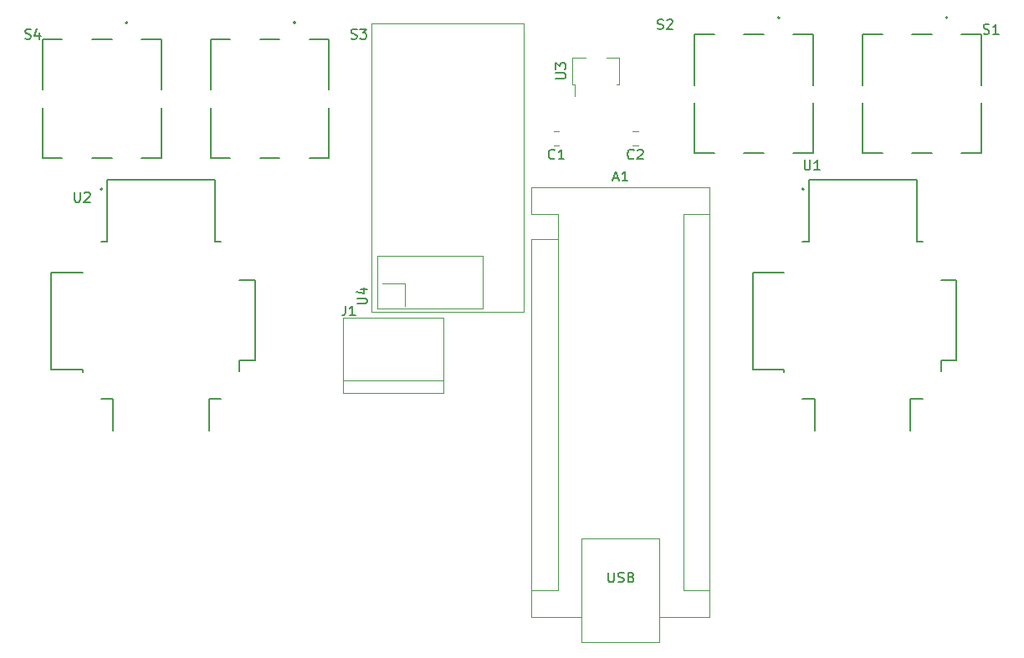
<source format=gbr>
%TF.GenerationSoftware,KiCad,Pcbnew,(6.0.9)*%
%TF.CreationDate,2023-02-05T16:32:41+11:00*%
%TF.ProjectId,RemoteController001,52656d6f-7465-4436-9f6e-74726f6c6c65,rev?*%
%TF.SameCoordinates,Original*%
%TF.FileFunction,Legend,Top*%
%TF.FilePolarity,Positive*%
%FSLAX46Y46*%
G04 Gerber Fmt 4.6, Leading zero omitted, Abs format (unit mm)*
G04 Created by KiCad (PCBNEW (6.0.9)) date 2023-02-05 16:32:41*
%MOMM*%
%LPD*%
G01*
G04 APERTURE LIST*
%ADD10C,0.150000*%
%ADD11C,0.127000*%
%ADD12C,0.200000*%
%ADD13C,0.120000*%
G04 APERTURE END LIST*
D10*
%TO.C,S3*%
X145238095Y-72904761D02*
X145380952Y-72952380D01*
X145619047Y-72952380D01*
X145714285Y-72904761D01*
X145761904Y-72857142D01*
X145809523Y-72761904D01*
X145809523Y-72666666D01*
X145761904Y-72571428D01*
X145714285Y-72523809D01*
X145619047Y-72476190D01*
X145428571Y-72428571D01*
X145333333Y-72380952D01*
X145285714Y-72333333D01*
X145238095Y-72238095D01*
X145238095Y-72142857D01*
X145285714Y-72047619D01*
X145333333Y-72000000D01*
X145428571Y-71952380D01*
X145666666Y-71952380D01*
X145809523Y-72000000D01*
X146142857Y-71952380D02*
X146761904Y-71952380D01*
X146428571Y-72333333D01*
X146571428Y-72333333D01*
X146666666Y-72380952D01*
X146714285Y-72428571D01*
X146761904Y-72523809D01*
X146761904Y-72761904D01*
X146714285Y-72857142D01*
X146666666Y-72904761D01*
X146571428Y-72952380D01*
X146285714Y-72952380D01*
X146190476Y-72904761D01*
X146142857Y-72857142D01*
%TO.C,J1*%
X144666666Y-99952380D02*
X144666666Y-100666666D01*
X144619047Y-100809523D01*
X144523809Y-100904761D01*
X144380952Y-100952380D01*
X144285714Y-100952380D01*
X145666666Y-100952380D02*
X145095238Y-100952380D01*
X145380952Y-100952380D02*
X145380952Y-99952380D01*
X145285714Y-100095238D01*
X145190476Y-100190476D01*
X145095238Y-100238095D01*
%TO.C,U4*%
X145827380Y-99761904D02*
X146636904Y-99761904D01*
X146732142Y-99714285D01*
X146779761Y-99666666D01*
X146827380Y-99571428D01*
X146827380Y-99380952D01*
X146779761Y-99285714D01*
X146732142Y-99238095D01*
X146636904Y-99190476D01*
X145827380Y-99190476D01*
X146160714Y-98285714D02*
X146827380Y-98285714D01*
X145779761Y-98523809D02*
X146494047Y-98761904D01*
X146494047Y-98142857D01*
%TO.C,U3*%
X165952380Y-76961904D02*
X166761904Y-76961904D01*
X166857142Y-76914285D01*
X166904761Y-76866666D01*
X166952380Y-76771428D01*
X166952380Y-76580952D01*
X166904761Y-76485714D01*
X166857142Y-76438095D01*
X166761904Y-76390476D01*
X165952380Y-76390476D01*
X165952380Y-76009523D02*
X165952380Y-75390476D01*
X166333333Y-75723809D01*
X166333333Y-75580952D01*
X166380952Y-75485714D01*
X166428571Y-75438095D01*
X166523809Y-75390476D01*
X166761904Y-75390476D01*
X166857142Y-75438095D01*
X166904761Y-75485714D01*
X166952380Y-75580952D01*
X166952380Y-75866666D01*
X166904761Y-75961904D01*
X166857142Y-76009523D01*
%TO.C,S2*%
X176238095Y-71904761D02*
X176380952Y-71952380D01*
X176619047Y-71952380D01*
X176714285Y-71904761D01*
X176761904Y-71857142D01*
X176809523Y-71761904D01*
X176809523Y-71666666D01*
X176761904Y-71571428D01*
X176714285Y-71523809D01*
X176619047Y-71476190D01*
X176428571Y-71428571D01*
X176333333Y-71380952D01*
X176285714Y-71333333D01*
X176238095Y-71238095D01*
X176238095Y-71142857D01*
X176285714Y-71047619D01*
X176333333Y-71000000D01*
X176428571Y-70952380D01*
X176666666Y-70952380D01*
X176809523Y-71000000D01*
X177190476Y-71047619D02*
X177238095Y-71000000D01*
X177333333Y-70952380D01*
X177571428Y-70952380D01*
X177666666Y-71000000D01*
X177714285Y-71047619D01*
X177761904Y-71142857D01*
X177761904Y-71238095D01*
X177714285Y-71380952D01*
X177142857Y-71952380D01*
X177761904Y-71952380D01*
%TO.C,S4*%
X112238095Y-72904761D02*
X112380952Y-72952380D01*
X112619047Y-72952380D01*
X112714285Y-72904761D01*
X112761904Y-72857142D01*
X112809523Y-72761904D01*
X112809523Y-72666666D01*
X112761904Y-72571428D01*
X112714285Y-72523809D01*
X112619047Y-72476190D01*
X112428571Y-72428571D01*
X112333333Y-72380952D01*
X112285714Y-72333333D01*
X112238095Y-72238095D01*
X112238095Y-72142857D01*
X112285714Y-72047619D01*
X112333333Y-72000000D01*
X112428571Y-71952380D01*
X112666666Y-71952380D01*
X112809523Y-72000000D01*
X113666666Y-72285714D02*
X113666666Y-72952380D01*
X113428571Y-71904761D02*
X113190476Y-72619047D01*
X113809523Y-72619047D01*
%TO.C,C2*%
X173833333Y-85037142D02*
X173785714Y-85084761D01*
X173642857Y-85132380D01*
X173547619Y-85132380D01*
X173404761Y-85084761D01*
X173309523Y-84989523D01*
X173261904Y-84894285D01*
X173214285Y-84703809D01*
X173214285Y-84560952D01*
X173261904Y-84370476D01*
X173309523Y-84275238D01*
X173404761Y-84180000D01*
X173547619Y-84132380D01*
X173642857Y-84132380D01*
X173785714Y-84180000D01*
X173833333Y-84227619D01*
X174214285Y-84227619D02*
X174261904Y-84180000D01*
X174357142Y-84132380D01*
X174595238Y-84132380D01*
X174690476Y-84180000D01*
X174738095Y-84227619D01*
X174785714Y-84322857D01*
X174785714Y-84418095D01*
X174738095Y-84560952D01*
X174166666Y-85132380D01*
X174785714Y-85132380D01*
%TO.C,A1*%
X171795714Y-87036666D02*
X172271904Y-87036666D01*
X171700476Y-87322380D02*
X172033809Y-86322380D01*
X172367142Y-87322380D01*
X173224285Y-87322380D02*
X172652857Y-87322380D01*
X172938571Y-87322380D02*
X172938571Y-86322380D01*
X172843333Y-86465238D01*
X172748095Y-86560476D01*
X172652857Y-86608095D01*
X171248095Y-126962380D02*
X171248095Y-127771904D01*
X171295714Y-127867142D01*
X171343333Y-127914761D01*
X171438571Y-127962380D01*
X171629047Y-127962380D01*
X171724285Y-127914761D01*
X171771904Y-127867142D01*
X171819523Y-127771904D01*
X171819523Y-126962380D01*
X172248095Y-127914761D02*
X172390952Y-127962380D01*
X172629047Y-127962380D01*
X172724285Y-127914761D01*
X172771904Y-127867142D01*
X172819523Y-127771904D01*
X172819523Y-127676666D01*
X172771904Y-127581428D01*
X172724285Y-127533809D01*
X172629047Y-127486190D01*
X172438571Y-127438571D01*
X172343333Y-127390952D01*
X172295714Y-127343333D01*
X172248095Y-127248095D01*
X172248095Y-127152857D01*
X172295714Y-127057619D01*
X172343333Y-127010000D01*
X172438571Y-126962380D01*
X172676666Y-126962380D01*
X172819523Y-127010000D01*
X173581428Y-127438571D02*
X173724285Y-127486190D01*
X173771904Y-127533809D01*
X173819523Y-127629047D01*
X173819523Y-127771904D01*
X173771904Y-127867142D01*
X173724285Y-127914761D01*
X173629047Y-127962380D01*
X173248095Y-127962380D01*
X173248095Y-126962380D01*
X173581428Y-126962380D01*
X173676666Y-127010000D01*
X173724285Y-127057619D01*
X173771904Y-127152857D01*
X173771904Y-127248095D01*
X173724285Y-127343333D01*
X173676666Y-127390952D01*
X173581428Y-127438571D01*
X173248095Y-127438571D01*
%TO.C,U1*%
X191113095Y-85217380D02*
X191113095Y-86026904D01*
X191160714Y-86122142D01*
X191208333Y-86169761D01*
X191303571Y-86217380D01*
X191494047Y-86217380D01*
X191589285Y-86169761D01*
X191636904Y-86122142D01*
X191684523Y-86026904D01*
X191684523Y-85217380D01*
X192684523Y-86217380D02*
X192113095Y-86217380D01*
X192398809Y-86217380D02*
X192398809Y-85217380D01*
X192303571Y-85360238D01*
X192208333Y-85455476D01*
X192113095Y-85503095D01*
%TO.C,S1*%
X209238095Y-72404761D02*
X209380952Y-72452380D01*
X209619047Y-72452380D01*
X209714285Y-72404761D01*
X209761904Y-72357142D01*
X209809523Y-72261904D01*
X209809523Y-72166666D01*
X209761904Y-72071428D01*
X209714285Y-72023809D01*
X209619047Y-71976190D01*
X209428571Y-71928571D01*
X209333333Y-71880952D01*
X209285714Y-71833333D01*
X209238095Y-71738095D01*
X209238095Y-71642857D01*
X209285714Y-71547619D01*
X209333333Y-71500000D01*
X209428571Y-71452380D01*
X209666666Y-71452380D01*
X209809523Y-71500000D01*
X210761904Y-72452380D02*
X210190476Y-72452380D01*
X210476190Y-72452380D02*
X210476190Y-71452380D01*
X210380952Y-71595238D01*
X210285714Y-71690476D01*
X210190476Y-71738095D01*
%TO.C,U2*%
X117238095Y-88452380D02*
X117238095Y-89261904D01*
X117285714Y-89357142D01*
X117333333Y-89404761D01*
X117428571Y-89452380D01*
X117619047Y-89452380D01*
X117714285Y-89404761D01*
X117761904Y-89357142D01*
X117809523Y-89261904D01*
X117809523Y-88452380D01*
X118238095Y-88547619D02*
X118285714Y-88500000D01*
X118380952Y-88452380D01*
X118619047Y-88452380D01*
X118714285Y-88500000D01*
X118761904Y-88547619D01*
X118809523Y-88642857D01*
X118809523Y-88738095D01*
X118761904Y-88880952D01*
X118190476Y-89452380D01*
X118809523Y-89452380D01*
%TO.C,C1*%
X165833333Y-85037142D02*
X165785714Y-85084761D01*
X165642857Y-85132380D01*
X165547619Y-85132380D01*
X165404761Y-85084761D01*
X165309523Y-84989523D01*
X165261904Y-84894285D01*
X165214285Y-84703809D01*
X165214285Y-84560952D01*
X165261904Y-84370476D01*
X165309523Y-84275238D01*
X165404761Y-84180000D01*
X165547619Y-84132380D01*
X165642857Y-84132380D01*
X165785714Y-84180000D01*
X165833333Y-84227619D01*
X166785714Y-85132380D02*
X166214285Y-85132380D01*
X166500000Y-85132380D02*
X166500000Y-84132380D01*
X166404761Y-84275238D01*
X166309523Y-84370476D01*
X166214285Y-84418095D01*
D11*
%TO.C,S3*%
X141000000Y-85000000D02*
X143000000Y-85000000D01*
X131000000Y-79900000D02*
X131000000Y-85000000D01*
X138000000Y-73000000D02*
X136000000Y-73000000D01*
X143000000Y-78100000D02*
X143000000Y-73000000D01*
X136000000Y-85000000D02*
X138000000Y-85000000D01*
X131000000Y-85000000D02*
X133000000Y-85000000D01*
X143000000Y-73000000D02*
X141000000Y-73000000D01*
X131000000Y-73000000D02*
X131000000Y-78100000D01*
X133000000Y-73000000D02*
X131000000Y-73000000D01*
X143000000Y-85000000D02*
X143000000Y-79900000D01*
D12*
X139600000Y-71300000D02*
G75*
G03*
X139600000Y-71300000I-100000J0D01*
G01*
D13*
%TO.C,J1*%
X144420000Y-101190000D02*
X144420000Y-108810000D01*
X144420000Y-108810000D02*
X154580000Y-108810000D01*
X154580000Y-107540000D02*
X144420000Y-107540000D01*
X154580000Y-108810000D02*
X154580000Y-101190000D01*
X154580000Y-101190000D02*
X144420000Y-101190000D01*
%TO.C,U4*%
X148359000Y-97730000D02*
X150645000Y-97730000D01*
X162725000Y-100600000D02*
X147275000Y-100600000D01*
X147275000Y-100600000D02*
X147275000Y-100600000D01*
X147851000Y-94936000D02*
X158519000Y-94936000D01*
X147275000Y-71400000D02*
X162725000Y-71400000D01*
X158519000Y-94936000D02*
X158519000Y-100270000D01*
X150645000Y-97730000D02*
X150645000Y-100016000D01*
X158519000Y-100270000D02*
X158519000Y-100270000D01*
X150645000Y-100016000D02*
X150645000Y-100016000D01*
X147275000Y-100600000D02*
X147275000Y-71400000D01*
X147851000Y-100270000D02*
X147851000Y-94936000D01*
X162725000Y-71400000D02*
X162725000Y-100600000D01*
X158519000Y-100270000D02*
X147851000Y-100270000D01*
X147851000Y-100270000D02*
X147851000Y-100270000D01*
%TO.C,U3*%
X172360000Y-77560000D02*
X172130000Y-77560000D01*
X167640000Y-77560000D02*
X167870000Y-77560000D01*
X167870000Y-78700000D02*
X167870000Y-77560000D01*
X167640000Y-74840000D02*
X168950000Y-74840000D01*
X172360000Y-74840000D02*
X172360000Y-77560000D01*
X171050000Y-74840000D02*
X172360000Y-74840000D01*
X167640000Y-77560000D02*
X167640000Y-74840000D01*
D11*
%TO.C,S2*%
X187000000Y-72500000D02*
X185000000Y-72500000D01*
X180000000Y-84500000D02*
X182000000Y-84500000D01*
X180000000Y-72500000D02*
X180000000Y-77600000D01*
X182000000Y-72500000D02*
X180000000Y-72500000D01*
X192000000Y-72500000D02*
X190000000Y-72500000D01*
X185000000Y-84500000D02*
X187000000Y-84500000D01*
X192000000Y-77600000D02*
X192000000Y-72500000D01*
X192000000Y-84500000D02*
X192000000Y-79400000D01*
X180000000Y-79400000D02*
X180000000Y-84500000D01*
X190000000Y-84500000D02*
X192000000Y-84500000D01*
D12*
X188600000Y-70800000D02*
G75*
G03*
X188600000Y-70800000I-100000J0D01*
G01*
D11*
%TO.C,S4*%
X114000000Y-85000000D02*
X116000000Y-85000000D01*
X126000000Y-73000000D02*
X124000000Y-73000000D01*
X116000000Y-73000000D02*
X114000000Y-73000000D01*
X114000000Y-73000000D02*
X114000000Y-78100000D01*
X119000000Y-85000000D02*
X121000000Y-85000000D01*
X126000000Y-85000000D02*
X126000000Y-79900000D01*
X114000000Y-79900000D02*
X114000000Y-85000000D01*
X124000000Y-85000000D02*
X126000000Y-85000000D01*
X121000000Y-73000000D02*
X119000000Y-73000000D01*
X126000000Y-78100000D02*
X126000000Y-73000000D01*
D12*
X122600000Y-71300000D02*
G75*
G03*
X122600000Y-71300000I-100000J0D01*
G01*
D13*
%TO.C,C2*%
X174261252Y-82265000D02*
X173738748Y-82265000D01*
X174261252Y-83735000D02*
X173738748Y-83735000D01*
%TO.C,A1*%
X181530000Y-88010000D02*
X163490000Y-88010000D01*
X163490000Y-93220000D02*
X163490000Y-131450000D01*
X166160000Y-128780000D02*
X163490000Y-128780000D01*
X166160000Y-90680000D02*
X163490000Y-90680000D01*
X166160000Y-93220000D02*
X166160000Y-128780000D01*
X168570000Y-133990000D02*
X168570000Y-123570000D01*
X166160000Y-93220000D02*
X166160000Y-90680000D01*
X181530000Y-131450000D02*
X181530000Y-88010000D01*
X163490000Y-131450000D02*
X168570000Y-131450000D01*
X181530000Y-131450000D02*
X176450000Y-131450000D01*
X176450000Y-133990000D02*
X168570000Y-133990000D01*
X178860000Y-90680000D02*
X178860000Y-128780000D01*
X176450000Y-123570000D02*
X176450000Y-133990000D01*
X168570000Y-123570000D02*
X176450000Y-123570000D01*
X163490000Y-88010000D02*
X163490000Y-90680000D01*
X166160000Y-93220000D02*
X163490000Y-93220000D01*
X178860000Y-128780000D02*
X181530000Y-128780000D01*
X178860000Y-90680000D02*
X181530000Y-90680000D01*
D11*
%TO.C,U1*%
X189050000Y-106400000D02*
X185900000Y-106400000D01*
X192150000Y-112600000D02*
X192150000Y-109400000D01*
X206500000Y-97400000D02*
X206500000Y-105500000D01*
X201850000Y-109400000D02*
X201850000Y-112600000D01*
X185900000Y-96600000D02*
X189050000Y-96600000D01*
X190930000Y-93500000D02*
X191550000Y-93500000D01*
X189050000Y-106670000D02*
X189050000Y-106400000D01*
X204950000Y-105500000D02*
X204950000Y-106620000D01*
X185900000Y-106400000D02*
X185900000Y-96600000D01*
X202450000Y-87200000D02*
X202450000Y-93500000D01*
X203080000Y-109400000D02*
X201850000Y-109400000D01*
X191550000Y-87200000D02*
X202450000Y-87200000D01*
X191550000Y-93500000D02*
X191550000Y-87200000D01*
X192150000Y-109400000D02*
X190930000Y-109400000D01*
X204950000Y-97400000D02*
X206500000Y-97400000D01*
X206500000Y-105500000D02*
X204950000Y-105500000D01*
X202450000Y-93500000D02*
X203080000Y-93500000D01*
D12*
X191050000Y-88150000D02*
G75*
G03*
X191050000Y-88150000I-100000J0D01*
G01*
D11*
%TO.C,S1*%
X209000000Y-84500000D02*
X209000000Y-79400000D01*
X209000000Y-77600000D02*
X209000000Y-72500000D01*
X204000000Y-72500000D02*
X202000000Y-72500000D01*
X202000000Y-84500000D02*
X204000000Y-84500000D01*
X207000000Y-84500000D02*
X209000000Y-84500000D01*
X197000000Y-72500000D02*
X197000000Y-77600000D01*
X197000000Y-84500000D02*
X199000000Y-84500000D01*
X209000000Y-72500000D02*
X207000000Y-72500000D01*
X199000000Y-72500000D02*
X197000000Y-72500000D01*
X197000000Y-79400000D02*
X197000000Y-84500000D01*
D12*
X205600000Y-70800000D02*
G75*
G03*
X205600000Y-70800000I-100000J0D01*
G01*
D11*
%TO.C,U2*%
X114900000Y-96600000D02*
X118050000Y-96600000D01*
X121150000Y-109400000D02*
X119930000Y-109400000D01*
X135500000Y-105500000D02*
X133950000Y-105500000D01*
X131450000Y-87200000D02*
X131450000Y-93500000D01*
X114900000Y-106400000D02*
X114900000Y-96600000D01*
X130850000Y-109400000D02*
X130850000Y-112600000D01*
X120550000Y-87200000D02*
X131450000Y-87200000D01*
X118050000Y-106400000D02*
X114900000Y-106400000D01*
X135500000Y-97400000D02*
X135500000Y-105500000D01*
X133950000Y-97400000D02*
X135500000Y-97400000D01*
X118050000Y-106670000D02*
X118050000Y-106400000D01*
X121150000Y-112600000D02*
X121150000Y-109400000D01*
X119930000Y-93500000D02*
X120550000Y-93500000D01*
X133950000Y-105500000D02*
X133950000Y-106620000D01*
X131450000Y-93500000D02*
X132080000Y-93500000D01*
X132080000Y-109400000D02*
X130850000Y-109400000D01*
X120550000Y-93500000D02*
X120550000Y-87200000D01*
D12*
X120050000Y-88150000D02*
G75*
G03*
X120050000Y-88150000I-100000J0D01*
G01*
D13*
%TO.C,C1*%
X166261252Y-83735000D02*
X165738748Y-83735000D01*
X166261252Y-82265000D02*
X165738748Y-82265000D01*
%TD*%
M02*

</source>
